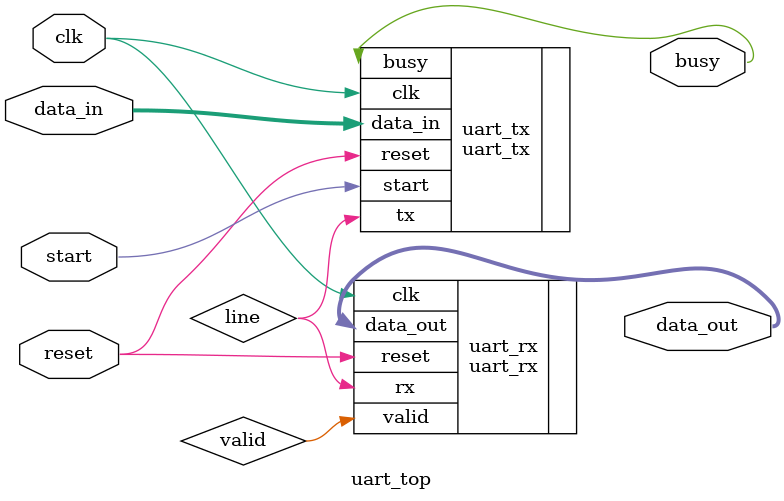
<source format=sv>


module uart_top #(
    parameter TICKS_PER_BIT = 87    // Clock ticks per baud period
)(
    input logic clk,                 // System clock
    input logic reset,               // Synchronous reset
    input logic start,               // Start signal for transmission
    input logic [7:0] data_in,       // 8-bit parallel data to transmit
    output logic [7:0] data_out,     // 8-bit parallel data output
    output logic busy                // Busy signal
);

    logic line;                     // UART transmission line signal (output of tx and input of rx)

    // Instantiate the UART transmitter
    uart_tx #(
        .TICKS_PER_BIT(TICKS_PER_BIT)
    ) uart_tx (
        .clk(clk),                // System clock
        .reset(reset),          // Synchronous reset
        .start(start),        // Start signal for transmission
        .data_in(data_in),  // 8-bit parallel data to transmit
        .tx(line),            // UART transmission line signal
        .busy(busy)         // Busy signal
    );

    // Instantiate the UART receiver
    uart_rx #(
        .TICKS_PER_BIT(TICKS_PER_BIT)
    ) uart_rx (
        .clk(clk),              // System clock
        .reset(reset),      // Synchronous reset
        .rx(line),          // UART transmission line signal
        .valid(valid),       // Data valid signal
        .data_out(data_out) // 8-bit parallel data output
    );

endmodule
</source>
